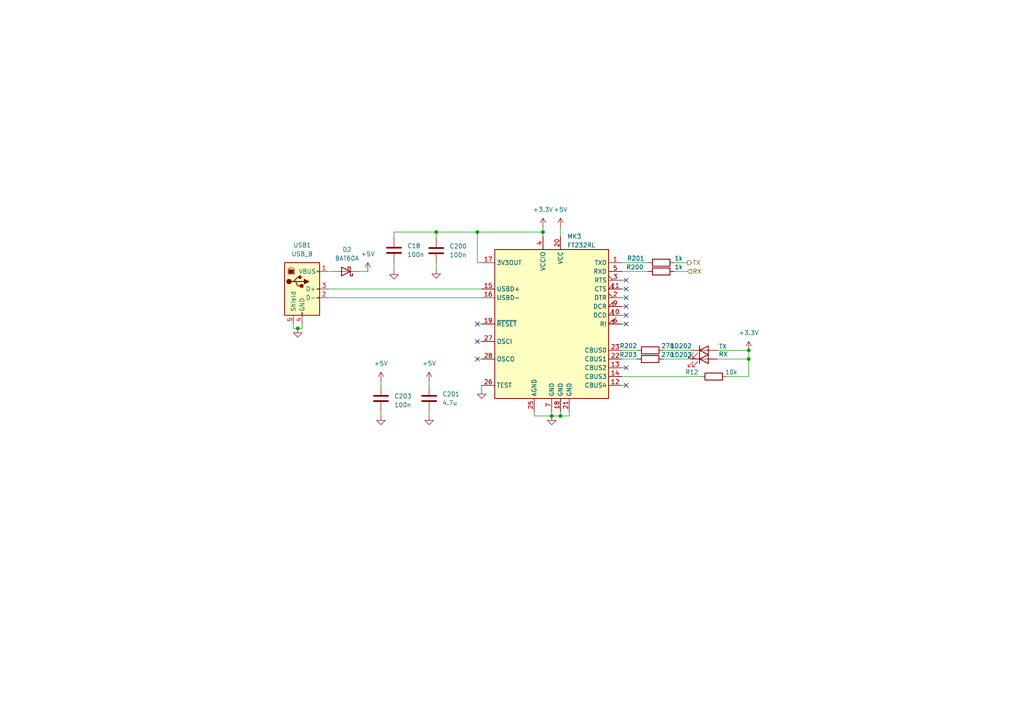
<source format=kicad_sch>
(kicad_sch (version 20250114) (generator "eeschema") (generator_version "9.0")
  (paper "A4")
  (title_block (title "Плата управления\\nшаговыми двигателями") (date "2025-08-25") (company "МГТУ им. Н.Э.Баумана") (comment 1 "БИГЕ.351101.001 Э3") (comment 2 "Филимонов С.В.") (comment 3 "Семеренко Д.А."))
  (lib_symbols
    (symbol "Connector:USB_B" (pin_names (offset 1.016))
      (property "Reference" "J" (at -5.08 11.43 0))
      (property "Value" "USB_B" (at -5.08 8.89 0))
      (symbol "USB_B_0_1"
        (rectangle (start -5.08 -7.62) (end 5.08 7.62) (stroke (width 0.254)) (fill (type background)))
        (polyline (pts (xy -4.064 4.318) (xy -2.286 4.318) (xy -2.286 5.715) (xy -2.667 6.096) (xy -3.683 6.096) (xy -4.064 5.715) (xy -4.064 4.318)))
        (rectangle (start -3.81 5.588) (end -2.54 4.572) (fill (type outline)))
        (circle (center -3.81 2.159) (radius 0.635) (stroke (width 0.254)) (fill (type outline)))
        (polyline (pts (xy -3.175 2.159) (xy -2.54 2.159) (xy -1.27 3.429) (xy -0.635 3.429)) (stroke (width 0.254)))
        (polyline (pts (xy -2.54 2.159) (xy -1.905 2.159) (xy -1.27 0.889) (xy 0 0.889)) (stroke (width 0.254)))
        (polyline (pts (xy -1.905 2.159) (xy 0.635 2.159)) (stroke (width 0.254)))
        (circle (center -0.635 3.429) (radius 0.381) (stroke (width 0.254)) (fill (type outline)))
        (rectangle (start -0.127 -7.62) (end 0.127 -6.858))
        (rectangle (start 0.254 1.27) (end -0.508 0.508) (stroke (width 0.254)) (fill (type outline)))
        (polyline (pts (xy 0.635 2.794) (xy 0.635 1.524) (xy 1.905 2.159) (xy 0.635 2.794)) (stroke (width 0.254)) (fill (type outline)))
        (rectangle (start 5.08 4.953) (end 4.318 5.207))
        (rectangle (start 5.08 -0.127) (end 4.318 0.127))
        (rectangle (start 5.08 -2.667) (end 4.318 -2.413))
      )
      (symbol "USB_B_1_1"
        (pin passive line (at -2.54 -10.16 90) (length 2.54) (name "Shield") (number "5"))
        (pin power_out line (at 0 -10.16 90) (length 2.54) (name "GND") (number "4"))
        (pin power_out line (at 7.62 5.08 180) (length 2.54) (name "VBUS") (number "1"))
        (pin bidirectional line (at 7.62 0 180) (length 2.54) (name "D+") (number "3"))
        (pin bidirectional line (at 7.62 -2.54 180) (length 2.54) (name "D-") (number "2"))
      )
    )
    (symbol "Device:C" (pin_numbers (hide yes)) (pin_names (offset 0.254))
      (property "Reference" "C" (at 0.635 2.54 0))
      (property "Value" "C" (at 0.635 -2.54 0))
      (symbol "C_0_1"
        (polyline (pts (xy -2.032 0.762) (xy 2.032 0.762)) (stroke (width 0.508)))
        (polyline (pts (xy -2.032 -0.762) (xy 2.032 -0.762)) (stroke (width 0.508)))
      )
      (symbol "C_1_1"
        (pin passive line (at 0 3.81 270) (length 2.794) (name "~") (number "1"))
        (pin passive line (at 0 -3.81 90) (length 2.794) (name "~") (number "2"))
      )
    )
    (symbol "Device:LED" (pin_numbers (hide yes)) (pin_names (offset 1.016) (hide yes))
      (property "Reference" "D" (at 0 2.54 0))
      (property "Value" "LED" (at 0 -2.54 0))
      (symbol "LED_0_1"
        (polyline (pts (xy -3.048 -0.762) (xy -4.572 -2.286) (xy -3.81 -2.286) (xy -4.572 -2.286) (xy -4.572 -1.524)))
        (polyline (pts (xy -1.778 -0.762) (xy -3.302 -2.286) (xy -2.54 -2.286) (xy -3.302 -2.286) (xy -3.302 -1.524)))
        (polyline (pts (xy -1.27 0) (xy 1.27 0)))
        (polyline (pts (xy -1.27 -1.27) (xy -1.27 1.27)) (stroke (width 0.254)))
        (polyline (pts (xy 1.27 -1.27) (xy 1.27 1.27) (xy -1.27 0) (xy 1.27 -1.27)) (stroke (width 0.254)))
      )
      (symbol "LED_1_1"
        (pin passive line (at -3.81 0 0) (length 2.54) (name "K") (number "1"))
        (pin passive line (at 3.81 0 180) (length 2.54) (name "A") (number "2"))
      )
    )
    (symbol "Device:R" (pin_numbers (hide yes)) (pin_names (offset 0))
      (property "Reference" "R" (at 2.032 0 90))
      (property "Value" "R" (at 0 0 90))
      (symbol "R_0_1"
        (rectangle (start -1.016 -2.54) (end 1.016 2.54) (stroke (width 0.254)))
      )
      (symbol "R_1_1"
        (pin passive line (at 0 3.81 270) (length 1.27) (name "~") (number "1"))
        (pin passive line (at 0 -3.81 90) (length 1.27) (name "~") (number "2"))
      )
    )
    (symbol "Diode:BAT60A" (pin_numbers (hide yes)) (pin_names (offset 1.016) (hide yes))
      (property "Reference" "D" (at 0 2.54 0))
      (property "Value" "BAT60A" (at 0 -2.54 0))
      (symbol "BAT60A_0_1"
        (polyline (pts (xy -1.905 0.635) (xy -1.905 1.27) (xy -1.27 1.27) (xy -1.27 -1.27) (xy -0.635 -1.27) (xy -0.635 -0.635)) (stroke (width 0.254)))
        (polyline (pts (xy 1.27 1.27) (xy 1.27 -1.27) (xy -1.27 0) (xy 1.27 1.27)) (stroke (width 0.254)))
        (polyline (pts (xy 1.27 0) (xy -1.27 0)))
      )
      (symbol "BAT60A_1_1"
        (pin passive line (at -3.81 0 0) (length 2.54) (name "K") (number "1"))
        (pin passive line (at 3.81 0 180) (length 2.54) (name "A") (number "2"))
      )
    )
    (symbol "Interface_USB:FT232RL"
      (property "Reference" "U" (at -16.51 22.86 0))
      (property "Value" "FT232RL" (at 10.16 22.86 0))
      (symbol "FT232RL_0_1"
        (rectangle (start -16.51 21.59) (end 16.51 -21.59) (stroke (width 0.254)) (fill (type background)))
      )
      (symbol "FT232RL_1_1"
        (pin power_out line (at -20.32 17.78 0) (length 3.81) (name "3V3OUT") (number "17"))
        (pin bidirectional line (at -20.32 10.16 0) (length 3.81) (name "USBD+") (number "15"))
        (pin bidirectional line (at -20.32 7.62 0) (length 3.81) (name "USBD-") (number "16"))
        (pin input line (at -20.32 0 0) (length 3.81) (name "~{RESET}") (number "19"))
        (pin input line (at -20.32 -5.08 0) (length 3.81) (name "OSCI") (number "27"))
        (pin output line (at -20.32 -10.16 0) (length 3.81) (name "OSCO") (number "28"))
        (pin input line (at -20.32 -17.78 0) (length 3.81) (name "TEST") (number "26"))
        (pin power_in line (at -5.08 -25.4 90) (length 3.81) (name "AGND") (number "25"))
        (pin power_in line (at -2.54 25.4 270) (length 3.81) (name "VCCIO") (number "4"))
        (pin power_in line (at 0 -25.4 90) (length 3.81) (name "GND") (number "7"))
        (pin power_in line (at 2.54 25.4 270) (length 3.81) (name "VCC") (number "20"))
        (pin power_in line (at 2.54 -25.4 90) (length 3.81) (name "GND") (number "18"))
        (pin power_in line (at 5.08 -25.4 90) (length 3.81) (name "GND") (number "21"))
        (pin output line (at 20.32 17.78 180) (length 3.81) (name "TXD") (number "1"))
        (pin input line (at 20.32 15.24 180) (length 3.81) (name "RXD") (number "5"))
        (pin output output_low (at 20.32 12.7 180) (length 3.81) (name "RTS") (number "3"))
        (pin input input_low (at 20.32 10.16 180) (length 3.81) (name "CTS") (number "11"))
        (pin output output_low (at 20.32 7.62 180) (length 3.81) (name "DTR") (number "2"))
        (pin input input_low (at 20.32 5.08 180) (length 3.81) (name "DCR") (number "9"))
        (pin input input_low (at 20.32 2.54 180) (length 3.81) (name "DCD") (number "10"))
        (pin input input_low (at 20.32 0 180) (length 3.81) (name "RI") (number "6"))
        (pin bidirectional line (at 20.32 -7.62 180) (length 3.81) (name "CBUS0") (number "23"))
        (pin bidirectional line (at 20.32 -10.16 180) (length 3.81) (name "CBUS1") (number "22"))
        (pin bidirectional line (at 20.32 -12.7 180) (length 3.81) (name "CBUS2") (number "13"))
        (pin bidirectional line (at 20.32 -15.24 180) (length 3.81) (name "CBUS3") (number "14"))
        (pin bidirectional line (at 20.32 -17.78 180) (length 3.81) (name "CBUS4") (number "12"))
      )
    )
    (symbol "power:+3.3V" (power) (pin_numbers (hide yes)) (pin_names (offset 0) (hide yes))
      (property "Value" "+3.3V" (at 0 3.556 0))
      (symbol "+3.3V_0_1"
        (polyline (pts (xy -0.762 1.27) (xy 0 2.54)))
        (polyline (pts (xy 0 2.54) (xy 0.762 1.27)))
        (polyline (pts (xy 0 0) (xy 0 2.54)))
      )
      (symbol "+3.3V_1_1"
        (pin power_in line (at 0 0 90) (length 0) (name "~") (number "1"))
      )
    )
    (symbol "power:+5V" (power) (pin_numbers (hide yes)) (pin_names (offset 0) (hide yes))
      (property "Value" "+5V" (at 0 3.556 0))
      (symbol "+5V_0_1"
        (polyline (pts (xy -0.762 1.27) (xy 0 2.54)))
        (polyline (pts (xy 0 2.54) (xy 0.762 1.27)))
        (polyline (pts (xy 0 0) (xy 0 2.54)))
      )
      (symbol "+5V_1_1"
        (pin power_in line (at 0 0 90) (length 0) (name "~") (number "1"))
      )
    )
    (symbol "power:GND" (power) (pin_numbers (hide yes)) (pin_names (offset 0) (hide yes))
      (property "Value" "GND" (at 0 -3.81 0))
      (symbol "GND_0_1"
        (polyline (pts (xy 0 0) (xy 0 -1.27) (xy 1.27 -1.27) (xy 0 -2.54) (xy -1.27 -1.27) (xy 0 -1.27)))
      )
      (symbol "GND_1_1"
        (pin power_in line (at 0 0 270) (length 0) (name "~") (number "1"))
      )
    )
  )
  (junction (at 217.17 104.14))
  (junction (at 217.17 101.6))
  (junction (at 157.48 67.31))
  (junction (at 162.56 120.65))
  (junction (at 126.5228 67.31))
  (junction (at 160.02 120.65))
  (junction (at 138.4366 67.31))
  (junction (at 86.36 95.25))
  (no_connect (at 181.61 83.82))
  (no_connect (at 138.43 93.98))
  (no_connect (at 138.43 104.14))
  (no_connect (at 181.61 91.44))
  (no_connect (at 181.61 88.9))
  (no_connect (at 181.61 106.68))
  (no_connect (at 181.61 111.76))
  (no_connect (at 181.61 81.28))
  (no_connect (at 138.43 99.06))
  (no_connect (at 181.61 93.98))
  (no_connect (at 181.61 86.36))
  (wire (pts (xy 114.2728 78.3864) (xy 114.2728 76.4051)))
  (wire (pts (xy 138.43 104.14) (xy 139.7 104.14)))
  (wire (pts (xy 180.34 91.44) (xy 181.61 91.44)))
  (wire (pts (xy 180.34 83.82) (xy 181.61 83.82)))
  (wire (pts (xy 157.48 65.8592) (xy 157.48 67.31)))
  (wire (pts (xy 160.02 120.65) (xy 162.56 120.65)))
  (wire (pts (xy 114.2728 67.31) (xy 126.5228 67.31)))
  (wire (pts (xy 162.56 119.38) (xy 162.56 120.65)))
  (wire (pts (xy 165.1 119.38) (xy 165.1 120.65)))
  (wire (pts (xy 110.49 110.49) (xy 110.49 111.76)))
  (wire (pts (xy 124.46 110.49) (xy 124.46 111.76)))
  (wire (pts (xy 207.9656 104.14) (xy 217.17 104.14)))
  (wire (pts (xy 138.43 99.06) (xy 139.7 99.06)))
  (wire (pts (xy 139.7 111.76) (xy 139.7 113.03)))
  (wire (pts (xy 217.17 101.6) (xy 217.17 104.14)))
  (wire (pts (xy 180.34 78.74) (xy 187.96 78.74)))
  (wire (pts (xy 180.34 93.98) (xy 181.61 93.98)))
  (wire (pts (xy 95.25 78.74) (xy 96.52 78.74)))
  (wire (pts (xy 180.34 111.76) (xy 181.61 111.76)))
  (wire (pts (xy 180.34 86.36) (xy 181.61 86.36)))
  (wire (pts (xy 157.48 67.31) (xy 138.4366 67.31)))
  (wire (pts (xy 180.34 76.2) (xy 187.96 76.2)))
  (wire (pts (xy 160.02 119.38) (xy 160.02 120.65)))
  (wire (pts (xy 165.1 120.65) (xy 162.56 120.65)))
  (wire (pts (xy 87.63 95.25) (xy 87.63 93.98)))
  (wire (pts (xy 207.9736 101.6) (xy 217.17 101.6)))
  (wire (pts (xy 154.94 120.65) (xy 160.02 120.65)))
  (wire (pts (xy 180.34 104.14) (xy 184.7612 104.14)))
  (wire (pts (xy 195.58 78.74) (xy 199.39 78.74)))
  (wire (pts (xy 180.34 81.28) (xy 181.61 81.28)))
  (wire (pts (xy 192.3812 104.14) (xy 200.3456 104.14)))
  (wire (pts (xy 138.4366 76.2) (xy 139.7 76.2)))
  (wire (pts (xy 126.5216 78.1814) (xy 126.5216 76.5076)))
  (wire (pts (xy 180.34 88.9) (xy 181.61 88.9)))
  (wire (pts (xy 192.4091 101.6) (xy 200.3536 101.6)))
  (wire (pts (xy 217.17 109.22) (xy 217.17 104.14)))
  (wire (pts (xy 162.56 65.8577) (xy 162.56 68.58)))
  (wire (pts (xy 138.4366 67.31) (xy 138.4366 76.2)))
  (wire (pts (xy 85.09 93.98) (xy 85.09 95.25)))
  (wire (pts (xy 154.94 119.38) (xy 154.94 120.65)))
  (wire (pts (xy 85.09 95.25) (xy 86.36 95.25)))
  (wire (pts (xy 180.34 109.22) (xy 203.2 109.22)))
  (wire (pts (xy 110.49 119.38) (xy 110.49 120.65)))
  (wire (pts (xy 124.46 119.38) (xy 124.46 120.65)))
  (wire (pts (xy 114.2728 68.7851) (xy 114.2728 67.31)))
  (wire (pts (xy 180.34 106.68) (xy 181.61 106.68)))
  (wire (pts (xy 104.14 78.74) (xy 106.68 78.74)))
  (wire (pts (xy 126.5228 67.31) (xy 138.4366 67.31)))
  (wire (pts (xy 195.58 76.2) (xy 199.39 76.2)))
  (wire (pts (xy 157.48 67.31) (xy 157.48 68.58)))
  (wire (pts (xy 95.25 83.82) (xy 139.7 83.82)))
  (wire (pts (xy 126.5228 68.8876) (xy 126.5228 67.31)))
  (wire (pts (xy 126.5216 68.8876) (xy 126.5228 68.8876)))
  (wire (pts (xy 86.36 95.25) (xy 87.63 95.25)))
  (wire (pts (xy 95.25 86.36) (xy 139.7 86.36)))
  (wire (pts (xy 180.34 101.6) (xy 184.7891 101.6)))
  (wire (pts (xy 210.82 109.22) (xy 217.17 109.22)))
  (wire (pts (xy 138.43 93.98) (xy 139.7 93.98)))
  (hierarchical_label "RX" (shape input) (at 199.39 78.74 0))
  (hierarchical_label "TX" (shape output) (at 199.39 76.2 0))
  (symbol (lib_id "power:GND") (at 126.5216 78.1814 0) (unit 1)
    (property "Reference" "#PWR036" (effects (hide yes)))
    (property "Value" "GND" (effects (hide yes)))
    (property "Description" "Power symbol creates a global label with name \"GND\" , ground" (effects (hide yes)))
  )
  (symbol (lib_id "power:GND") (at 114.2728 78.3864 0) (unit 1)
    (property "Reference" "#PWR033" (effects (hide yes)))
    (property "Value" "GND" (effects (hide yes)))
    (property "Description" "Power symbol creates a global label with name \"GND\" , ground" (effects (hide yes)))
  )
  (symbol (lib_id "power:+5V") (at 162.56 65.8577 0) (unit 1)
    (property "Reference" "#PWR040" (effects (hide yes)))
    (property "Value" "+5V" (at 162.56 60.7777 0))
    (property "Description" "Power symbol creates a global label with name \"+5V\"" (effects (hide yes)))
  )
  (symbol (lib_id "power:+3.3V") (at 157.48 65.8592 0) (unit 1)
    (property "Reference" "#PWR038" (effects (hide yes)))
    (property "Value" "+3.3V" (at 157.48 60.7792 0))
    (property "Description" "Power symbol creates a global label with name \"+3.3V\"" (effects (hide yes)))
  )
  (symbol (lib_id "Interface_USB:FT232RL") (at 160.02 93.98 0) (unit 1)
    (property "Reference" "U3" (at 164.5159 68.58 0) (effects (justify left)))
    (property "Value" "FT232RL" (at 164.5159 71.12 0) (effects (justify left)))
    (property "Footprint" "Package_SO:SSOP-28_5.3x10.2mm_P0.65mm" (effects (hide yes)))
    (property "Datasheet" "https://www.ftdichip.com/Support/Documents/DataSheets/ICs/DS_FT232R.pdf" (effects (hide yes)))
    (instances (project "stm32f4_ILI_RS_SD" (path "" (reference "MK3") (unit 1))) (project "" (path "" (reference "U3") (unit 1)) (path "" (reference "U3") (unit 1))))
  )
  (symbol (lib_id "Device:LED") (at 204.1556 104.14 0) (unit 1)
    (property "Reference" "LD4" (at 197.6558 102.9218 0))
    (property "Value" "RX" (at 209.7885 102.712 0))
    (property "Footprint" "LED_SMD:LED_0805_2012Metric" (effects (hide yes)))
    (instances (project "stm32f4_ILI_RS_SD" (path "" (reference "LD203") (unit 1))) (project "stm32f4_ILI_RS_SD" (path "" (reference "LD4") (unit 1))))
  )
  (symbol (lib_id "power:GND") (at 160.02 120.65 0) (unit 1)
    (property "Reference" "#PWR039" (effects (hide yes)))
    (property "Value" "GND" (effects (hide yes)))
    (property "Description" "Power symbol creates a global label with name \"GND\" , ground" (effects (hide yes)))
  )
  (symbol (lib_id "Device:R") (at 188.5712 104.14 90) (unit 1)
    (property "Reference" "R8" (at 182.2212 102.87 90))
    (property "Value" "270" (at 193.6512 102.87 90))
    (property "Footprint" "Resistor_SMD:R_0805_2012Metric" (effects (hide yes)))
    (instances (project "stm32f4_ILI_RS_SD" (path "" (reference "R203") (unit 1))) (project "stm32f4_ILI_RS_SD" (path "" (reference "R8") (unit 1))))
  )
  (symbol (lib_id "Device:C") (at 110.49 115.57 180) (unit 1)
    (property "Reference" "C17" (at 114.3 114.935 0) (effects (justify right)))
    (property "Value" "100n" (at 114.3 117.475 0) (effects (justify right)))
    (property "Footprint" "Capacitor_SMD:C_0805_2012Metric" (effects (hide yes)))
    (instances (project "stm32f4_ILI_RS_SD" (path "" (reference "C203") (unit 1))) (project "stm32f4_ILI_RS_SD" (path "" (reference "C17") (unit 1))))
  )
  (symbol (lib_id "power:+5V") (at 110.49 110.49 0) (unit 1)
    (property "Reference" "#PWR031" (effects (hide yes)))
    (property "Value" "+5V" (at 110.49 105.41 0))
    (property "Description" "Power symbol creates a global label with name \"+5V\"" (effects (hide yes)))
  )
  (symbol (lib_id "Connector:USB_B") (at 87.63 83.82 0) (unit 1)
    (property "Reference" "USB1" (at 87.63 71.12 0))
    (property "Value" "USB_B" (at 87.63 73.66 0))
    (property "Footprint" "Connector_USB:USB_B_OST_USB-B1HSxx_Horizontal" (effects (hide yes)))
    (property "Description" "USB Type B connector" (effects (hide yes)))
  )
  (symbol (lib_id "Diode:BAT60A") (at 100.33 78.74 180) (unit 1)
    (property "Reference" "D2" (at 100.6475 72.39 0))
    (property "Value" "BAT60A" (at 100.6475 74.93 0))
    (property "Footprint" "Diode_SMD:D_SOD-323" (effects (hide yes)))
    (property "Datasheet" "https://www.infineon.com/dgdl/Infineon-BAT60ASERIES-DS-v01_01-en.pdf?fileId=db3a304313d846880113def70c9304a9" (effects (hide yes)))
    (property "Description" "10V 3A High Current Recitifier Schottky Diode, SOD-323" (effects (hide yes)))
  )
  (symbol (lib_id "power:+5V") (at 106.68 78.74 0) (unit 1)
    (property "Reference" "#PWR030" (effects (hide yes)))
    (property "Value" "+5V" (at 106.68 73.66 0))
    (property "Description" "Power symbol creates a global label with name \"+5V\"" (effects (hide yes)))
  )
  (symbol (lib_id "Device:C") (at 114.2728 72.5951 180) (unit 1)
    (property "Reference" "C18" (at 118.0828 71.325 0) (effects (justify right)))
    (property "Value" "100n" (at 118.0828 73.865 0) (effects (justify right)))
    (property "Footprint" "Capacitor_SMD:C_0805_2012Metric" (effects (hide yes)))
  )
  (symbol (lib_id "power:+3.3V") (at 217.17 101.6 0) (unit 1)
    (property "Reference" "#PWR041" (effects (hide yes)))
    (property "Value" "+3.3V" (at 217.17 96.52 0))
    (property "Description" "Power symbol creates a global label with name \"+3.3V\"" (effects (hide yes)))
  )
  (symbol (lib_id "Device:R") (at 188.5991 101.6 90) (unit 1)
    (property "Reference" "R9" (at 182.2491 100.33 90))
    (property "Value" "270" (at 193.6791 100.33 90))
    (property "Footprint" "Resistor_SMD:R_0805_2012Metric" (effects (hide yes)))
    (instances (project "stm32f4_ILI_RS_SD" (path "" (reference "R202") (unit 1))) (project "stm32f4_ILI_RS_SD" (path "" (reference "R9") (unit 1))))
  )
  (symbol (lib_id "power:+5V") (at 124.46 110.49 0) (unit 1)
    (property "Reference" "#PWR034" (effects (hide yes)))
    (property "Value" "+5V" (at 124.46 105.41 0))
    (property "Description" "Power symbol creates a global label with name \"+5V\"" (effects (hide yes)))
  )
  (symbol (lib_id "power:GND") (at 86.36 95.25 0) (unit 1)
    (property "Reference" "#PWR029" (effects (hide yes)))
    (property "Value" "GND" (effects (hide yes)))
    (property "Description" "Power symbol creates a global label with name \"GND\" , ground" (effects (hide yes)))
  )
  (symbol (lib_id "Device:C") (at 126.5216 72.6976 180) (unit 1)
    (property "Reference" "C20" (at 130.3316 71.4275 0) (effects (justify right)))
    (property "Value" "100n" (at 130.3316 73.9675 0) (effects (justify right)))
    (property "Footprint" "Capacitor_SMD:C_0805_2012Metric" (effects (hide yes)))
    (instances (project "stm32f4_ILI_RS_SD" (path "" (reference "C200") (unit 1))) (project "stm32f4_ILI_RS_SD" (path "" (reference "C20") (unit 1))))
  )
  (symbol (lib_id "power:GND") (at 110.49 120.65 0) (unit 1)
    (property "Reference" "#PWR032" (effects (hide yes)))
    (property "Value" "GND" (effects (hide yes)))
    (property "Description" "Power symbol creates a global label with name \"GND\" , ground" (effects (hide yes)))
  )
  (symbol (lib_id "Device:LED") (at 204.1636 101.6 0) (unit 1)
    (property "Reference" "LD5" (at 197.5975 100.3569 0))
    (property "Value" "TX" (at 209.6353 100.5026 0))
    (property "Footprint" "LED_SMD:LED_0805_2012Metric" (effects (hide yes)))
    (instances (project "stm32f4_ILI_RS_SD" (path "" (reference "LD202") (unit 1))) (project "stm32f4_ILI_RS_SD" (path "" (reference "LD5") (unit 1))))
  )
  (symbol (lib_id "power:GND") (at 124.46 120.65 0) (unit 1)
    (property "Reference" "#PWR035" (effects (hide yes)))
    (property "Value" "GND" (effects (hide yes)))
    (property "Description" "Power symbol creates a global label with name \"GND\" , ground" (effects (hide yes)))
  )
  (symbol (lib_id "Device:R") (at 207.01 109.22 90) (unit 1)
    (property "Reference" "R12" (at 200.66 107.95 90))
    (property "Value" "10k" (at 212.09 107.95 90))
    (property "Footprint" "Resistor_SMD:R_0805_2012Metric" (effects (hide yes)))
  )
  (symbol (lib_id "Device:C") (at 124.46 115.57 180) (unit 1)
    (property "Reference" "C19" (at 128.27 114.2999 0) (effects (justify right)))
    (property "Value" "4.7u" (at 128.27 116.8399 0) (effects (justify right)))
    (property "Footprint" "Capacitor_SMD:C_0805_2012Metric" (effects (hide yes)))
    (instances (project "stm32f4_ILI_RS_SD" (path "" (reference "C201") (unit 1))) (project "stm32f4_ILI_RS_SD" (path "" (reference "C19") (unit 1))))
  )
  (symbol (lib_id "Device:R") (at 191.77 76.2 90) (unit 1)
    (property "Reference" "R10" (at 184.404 74.93 90))
    (property "Value" "1k" (at 196.85 74.93 90))
    (property "Footprint" "Resistor_SMD:R_0805_2012Metric" (effects (hide yes)))
    (instances (project "stm32f4_ILI_RS_SD" (path "" (reference "R201") (unit 1))) (project "stm32f4_ILI_RS_SD" (path "" (reference "R10") (unit 1))))
  )
  (symbol (lib_id "power:GND") (at 139.7 113.03 0) (unit 1)
    (property "Reference" "#PWR037" (effects (hide yes)))
    (property "Value" "GND" (effects (hide yes)))
    (property "Description" "Power symbol creates a global label with name \"GND\" , ground" (effects (hide yes)))
  )
  (symbol (lib_id "Device:R") (at 191.77 78.74 90) (unit 1)
    (property "Reference" "R11" (at 184.15 77.47 90))
    (property "Value" "1k" (at 196.85 77.47 90))
    (property "Footprint" "Resistor_SMD:R_0805_2012Metric" (effects (hide yes)))
    (instances (project "stm32f4_ILI_RS_SD" (path "" (reference "R200") (unit 1))) (project "stm32f4_ILI_RS_SD" (path "" (reference "R11") (unit 1))))
  )
)
</source>
